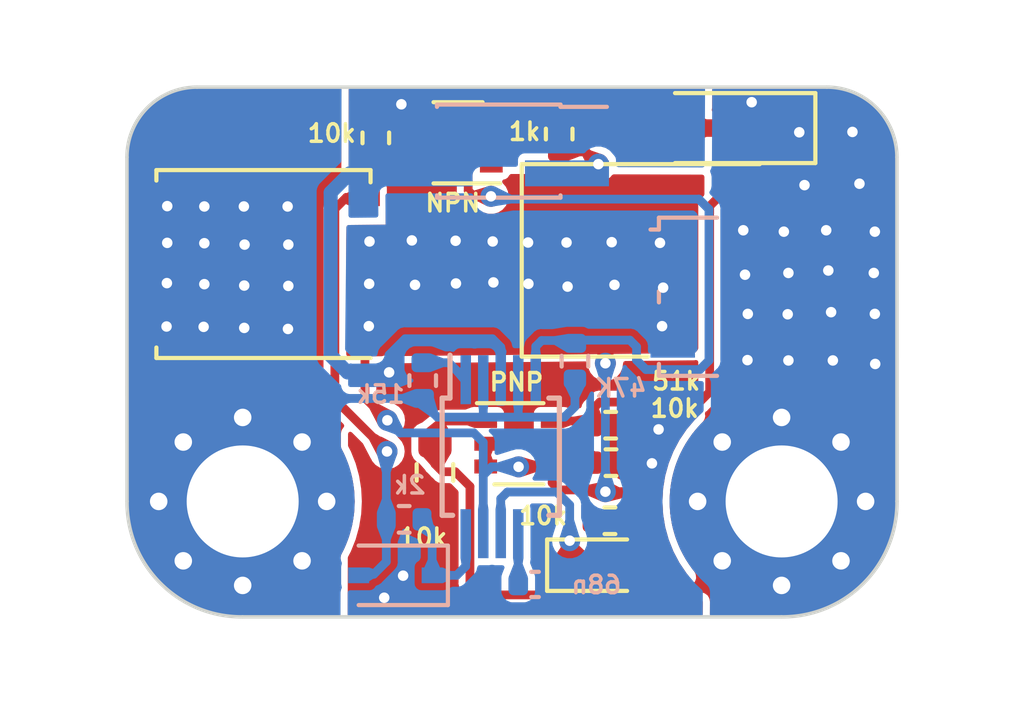
<source format=kicad_pcb>
(kicad_pcb (version 20221018) (generator pcbnew)
  (layers (0 "F.Cu" signal) (31 "B.Cu" signal) (34 "B.Paste" user) (35 "F.Paste" user) (36 "B.SilkS" user "B.Silkscreen") (37 "F.SilkS" user "F.Silkscreen") (38 "B.Mask" user) (39 "F.Mask" user) (44 "Edge.Cuts" user))
  (net 0 "")
  (net 1 "Net-(U1-TIMER)")
  (net 2 "GND")
  (net 3 "/NMOS_OUT")
  (net 4 "Net-(D1-K)")
  (net 5 "Net-(D1-A)")
  (net 6 "/NMOS_IN")
  (net 7 "/~{EN}")
  (net 8 "Net-(D2-A)")
  (net 9 "/PGD")
  (net 10 "Net-(D3-A)")
  (net 11 "Net-(Q6A-B1)")
  (net 12 "Net-(U1-SENSE)")
  (net 13 "Net-(Q1-D)")
  (net 14 "Net-(Q3B-C2)")
  (net 15 "Net-(Q3B-B2)")
  (footprint "Resistor_SMD:R_0402_1005Metric" (layer "F.Cu") (at 188.5188 80.8928 90)
    (fp_text reference "R9" hide)
    (fp_text value "1k")
    (fp_text user "1k" (at 0.07 -0.99 unlocked) (layer "F.SilkS") (effects (font (size 0.5 0.5) (thickness 0.1))))
    (fp_line (start -0.153641 -0.38) (end 0.153641 -0.38) (stroke (width 0.12)) (layer "F.SilkS"))
    (fp_line (start -0.153641 0.38) (end 0.153641 0.38) (stroke (width 0.12)) (layer "F.SilkS"))
    (pad "1" smd roundrect (at -0.51 0 90) (size 0.54 0.64) (layers "F.Cu" "F.Paste" "F.Mask") (net 7 "/~{EN}"))
    (pad "2" smd roundrect (at 0.51 0 90) (size 0.54 0.64) (layers "F.Cu" "F.Paste" "F.Mask") (net 15 "Net-(Q3B-B2)"))
  )
  (footprint "LED_SMD:LED_0603_1608Metric" (layer "F.Cu") (at 189.6588 93.2128)
    (fp_text reference "D2" hide)
    (fp_text value "LED")
    (fp_line (start -1.485 -0.735) (end -1.485 0.735) (stroke (width 0.12)) (layer "F.SilkS"))
    (fp_line (start -1.485 0.735) (end 0.8 0.735) (stroke (width 0.12)) (layer "F.SilkS"))
    (fp_line (start 0.8 -0.735) (end -1.485 -0.735) (stroke (width 0.12)) (layer "F.SilkS"))
    (pad "1" smd roundrect (at -0.7875 0) (size 0.875 0.95) (layers "F.Cu" "F.Paste" "F.Mask") (net 9 "/PGD"))
    (pad "2" smd roundrect (at 0.7875 0) (size 0.875 0.95) (layers "F.Cu" "F.Paste" "F.Mask") (net 8 "Net-(D2-A)"))
  )
  (footprint "Resistor_SMD:R_0603_1608Metric" (layer "F.Cu") (at 184.9688 90.5628 -90)
    (fp_text reference "R13" hide)
    (fp_text value "10")
    (fp_line (start -0.237258 -0.5225) (end 0.237258 -0.5225) (stroke (width 0.12)) (layer "F.SilkS"))
    (fp_line (start -0.237258 0.5225) (end 0.237258 0.5225) (stroke (width 0.12)) (layer "F.SilkS"))
    (pad "1" smd roundrect (at -0.825 0 270) (size 0.8 0.95) (layers "F.Cu" "F.Paste" "F.Mask") (net 3 "/NMOS_OUT"))
    (pad "2" smd roundrect (at 0.825 0 270) (size 0.8 0.95) (layers "F.Cu" "F.Paste" "F.Mask") (net 2 "GND"))
  )
  (footprint "Package_TO_SOT_SMD:TDSON-8-1" (layer "F.Cu") (at 180.0688 84.6078 180)
    (fp_text reference "Q2" hide)
    (fp_text value "CSD18540Q5B")
    (fp_line (start -3.06 2.335) (end -3.06 2.685) (stroke (width 0.12)) (layer "F.SilkS"))
    (fp_line (start 3.06 -2.685) (end -3.06 -2.685) (stroke (width 0.12)) (layer "F.SilkS"))
    (fp_line (start 3.06 -2.385) (end 3.06 -2.685) (stroke (width 0.12)) (layer "F.SilkS"))
    (fp_line (start 3.06 2.385) (end 3.06 2.685) (stroke (width 0.12)) (layer "F.SilkS"))
    (fp_line (start 3.06 2.685) (end -3.06 2.685) (stroke (width 0.12)) (layer "F.SilkS"))
    (pad "1" smd rect (at -2.9 -1.905 180) (size 0.85 0.5) (layers "F.Cu" "F.Paste" "F.Mask") (net 13 "Net-(Q1-D)"))
    (pad "2" smd rect (at -2.9 -0.635 180) (size 0.85 0.5) (layers "F.Cu" "F.Paste" "F.Mask") (net 13 "Net-(Q1-D)"))
    (pad "3" smd rect (at -2.9 0.635 180) (size 0.85 0.5) (layers "F.Cu" "F.Paste" "F.Mask") (net 13 "Net-(Q1-D)"))
    (pad "4" smd rect (at -2.9 1.905 180) (size 0.85 0.5) (layers "F.Cu" "F.Paste" "F.Mask") (net 5 "Net-(D1-A)"))
    (pad "5" smd rect (at 1.05 0 180) (size 4.55 4.41) (layers "F.Cu") (net 6 "/NMOS_IN"))
  )
  (footprint "Resistor_SMD:R_0402_1005Metric" (layer "F.Cu") (at 189.9688 91.9428 180)
    (fp_text reference "R11" hide)
    (fp_text value "10K")
    (fp_line (start -0.153641 -0.38) (end 0.153641 -0.38) (stroke (width 0.12)) (layer "F.SilkS"))
    (fp_line (start -0.153641 0.38) (end 0.153641 0.38) (stroke (width 0.12)) (layer "F.SilkS"))
    (pad "1" smd roundrect (at -0.51 0 180) (size 0.54 0.64) (layers "F.Cu" "F.Paste" "F.Mask") (net 13 "Net-(Q1-D)"))
    (pad "2" smd roundrect (at 0.51 0 180) (size 0.54 0.64) (layers "F.Cu" "F.Paste" "F.Mask") (net 8 "Net-(D2-A)"))
  )
  (footprint "Package_TO_SOT_SMD:SOT-363_SC-70-6" (layer "F.Cu") (at 185.6288 81.1428 180)
    (fp_text reference "Q3" hide)
    (fp_text value "Q_Dual_NPN_NPN_E1B1C2E2B2C1")
    (fp_line (start -0.7 1.16) (end 0.7 1.16) (stroke (width 0.12)) (layer "F.SilkS"))
    (fp_line (start 0.7 -1.16) (end -1.2 -1.16) (stroke (width 0.12)) (layer "F.SilkS"))
    (pad "1" smd rect (at -0.95 -0.65 180) (size 0.65 0.4) (layers "F.Cu" "F.Paste" "F.Mask"))
    (pad "2" smd rect (at -0.95 0 180) (size 0.65 0.4) (layers "F.Cu" "F.Paste" "F.Mask"))
    (pad "3" smd rect (at -0.95 0.65 180) (size 0.65 0.4) (layers "F.Cu" "F.Paste" "F.Mask") (net 14 "Net-(Q3B-C2)"))
    (pad "4" smd rect (at 0.95 0.65 180) (size 0.65 0.4) (layers "F.Cu" "F.Paste" "F.Mask") (net 2 "GND"))
    (pad "5" smd rect (at 0.95 0 180) (size 0.65 0.4) (layers "F.Cu" "F.Paste" "F.Mask") (net 15 "Net-(Q3B-B2)"))
    (pad "6" smd rect (at 0.95 -0.65 180) (size 0.65 0.4) (layers "F.Cu" "F.Paste" "F.Mask"))
  )
  (footprint "Package_DFN_QFN:PQFN-8-EP_6x5mm_P1.27mm_Generic" (layer "F.Cu") (at 191.1488 84.5028 180)
    (fp_text reference "Q1" hide)
    (fp_text value "PMOS")
    (fp_line (start -3.1 2.75) (end 3.7 2.75) (stroke (width 0.12)) (layer "F.SilkS"))
    (fp_line (start 3.7 -2.75) (end 0.1 -2.75) (stroke (width 0.12)) (layer "F.SilkS"))
    (fp_line (start 3.7 2.75) (end 3.7 -2.75) (stroke (width 0.12)) (layer "F.SilkS"))
    (pad "1" smd roundrect (at -2.725 -1.905 270) (size 0.7 1.15) (layers "F.Cu" "F.Paste" "F.Mask") (net 3 "/NMOS_OUT"))
    (pad "2" smd roundrect (at -2.725 -0.635 270) (size 0.7 1.15) (layers "F.Cu" "F.Paste" "F.Mask") (net 3 "/NMOS_OUT"))
    (pad "3" smd roundrect (at -2.725 0.635 270) (size 0.7 1.15) (layers "F.Cu" "F.Paste" "F.Mask") (net 3 "/NMOS_OUT"))
    (pad "4" smd roundrect (at -2.725 1.905 270) (size 0.7 1.15) (layers "F.Cu" "F.Paste" "F.Mask") (net 10 "Net-(D3-A)"))
    (pad "5" smd custom (at 0 0 270) (size 4 2) (layers "F.Cu" "F.Mask") (net 13 "Net-(Q1-D)") (options (clearance outline) (anchor rect)) (primitives (gr_poly (pts (xy -2.35 3.5) (xy 2.35 3.5) (xy 2.35 2) (xy 2.1 2) (xy 2.1 -1.1) (xy -2.1 -1.1) (xy -2.1 2) (xy -2.35 2)) (width 0) (fill yes))))
  )
  (footprint "MountingHole:MountingHole_3.2mm_M3_Pad_Via" (layer "F.Cu") (at 194.8744 91.3912)
    (fp_text reference "H2" hide)
    (fp_text value "MountingHole_Pad")
    (pad "1" thru_hole circle (at -2.4 0) (size 0.8 0.8) (drill 0.5) (layers "*.Cu" "*.Mask") (net 3 "/NMOS_OUT"))
    (pad "1" thru_hole circle (at -1.697056 -1.697056) (size 0.8 0.8) (drill 0.5) (layers "*.Cu" "*.Mask") (net 3 "/NMOS_OUT"))
    (pad "1" thru_hole circle (at -1.697056 1.697056) (size 0.8 0.8) (drill 0.5) (layers "*.Cu" "*.Mask") (net 3 "/NMOS_OUT"))
    (pad "1" thru_hole circle (at 0 -2.4) (size 0.8 0.8) (drill 0.5) (layers "*.Cu" "*.Mask") (net 3 "/NMOS_OUT"))
    (pad "1" thru_hole circle (at 0 0) (size 6.4 6.4) (drill 3.2) (layers "*.Cu" "*.Mask") (net 3 "/NMOS_OUT"))
    (pad "1" thru_hole circle (at 0 2.4) (size 0.8 0.8) (drill 0.5) (layers "*.Cu" "*.Mask") (net 3 "/NMOS_OUT"))
    (pad "1" thru_hole circle (at 1.697056 -1.697056) (size 0.8 0.8) (drill 0.5) (layers "*.Cu" "*.Mask") (net 3 "/NMOS_OUT"))
    (pad "1" thru_hole circle (at 1.697056 1.697056) (size 0.8 0.8) (drill 0.5) (layers "*.Cu" "*.Mask") (net 3 "/NMOS_OUT"))
    (pad "1" thru_hole circle (at 2.4 0) (size 0.8 0.8) (drill 0.5) (layers "*.Cu" "*.Mask") (net 3 "/NMOS_OUT"))
  )
  (footprint "Resistor_SMD:R_0402_1005Metric" (layer "F.Cu") (at 189.9988 90.2828)
    (fp_text reference "R8" hide)
    (fp_text value "10K")
    (fp_line (start -0.153641 -0.38) (end 0.153641 -0.38) (stroke (width 0.12)) (layer "F.SilkS"))
    (fp_line (start -0.153641 0.38) (end 0.153641 0.38) (stroke (width 0.12)) (layer "F.SilkS"))
    (pad "1" smd roundrect (at -0.51 0) (size 0.54 0.64) (layers "F.Cu" "F.Paste" "F.Mask") (net 11 "Net-(Q6A-B1)"))
    (pad "2" smd roundrect (at 0.51 0) (size 0.54 0.64) (layers "F.Cu" "F.Paste" "F.Mask") (net 2 "GND"))
  )
  (footprint "Package_TO_SOT_SMD:SOT-363_SC-70-6" (layer "F.Cu") (at 187.3688 89.7428)
    (fp_text reference "Q6" hide)
    (fp_text value "BC856BDW1")
    (fp_line (start -0.7 1.16) (end 0.7 1.16) (stroke (width 0.12)) (layer "F.SilkS"))
    (fp_line (start 0.7 -1.16) (end -1.2 -1.16) (stroke (width 0.12)) (layer "F.SilkS"))
    (pad "1" smd rect (at -0.95 -0.65) (size 0.65 0.4) (layers "F.Cu" "F.Paste" "F.Mask") (net 3 "/NMOS_OUT"))
    (pad "2" smd rect (at -0.95 0) (size 0.65 0.4) (layers "F.Cu" "F.Paste" "F.Mask") (net 11 "Net-(Q6A-B1)"))
    (pad "3" smd rect (at -0.95 0.65) (size 0.65 0.4) (layers "F.Cu" "F.Paste" "F.Mask") (net 11 "Net-(Q6A-B1)"))
    (pad "4" smd rect (at 0.95 0.65) (size 0.65 0.4) (layers "F.Cu" "F.Paste" "F.Mask") (net 13 "Net-(Q1-D)"))
    (pad "5" smd rect (at 0.95 0) (size 0.65 0.4) (layers "F.Cu" "F.Paste" "F.Mask") (net 11 "Net-(Q6A-B1)"))
    (pad "6" smd rect (at 0.95 -0.65) (size 0.65 0.4) (layers "F.Cu" "F.Paste" "F.Mask") (net 10 "Net-(D3-A)"))
  )
  (footprint "Resistor_SMD:R_0402_1005Metric" (layer "F.Cu") (at 189.9888 89.2128)
    (fp_text reference "R12" hide)
    (fp_text value "51K")
    (fp_line (start -0.153641 -0.38) (end 0.153641 -0.38) (stroke (width 0.12)) (layer "F.SilkS"))
    (fp_line (start -0.153641 0.38) (end 0.153641 0.38) (stroke (width 0.12)) (layer "F.SilkS"))
    (pad "1" smd roundrect (at -0.51 0) (size 0.54 0.64) (layers "F.Cu" "F.Paste" "F.Mask") (net 10 "Net-(D3-A)"))
    (pad "2" smd roundrect (at 0.51 0) (size 0.54 0.64) (layers "F.Cu" "F.Paste" "F.Mask") (net 2 "GND"))
  )
  (footprint "MountingHole:MountingHole_3.2mm_M3_Pad_Via" (layer "F.Cu") (at 179.4744 91.3912)
    (fp_text reference "H1" hide)
    (fp_text value "MountingHole_Pad")
    (pad "1" thru_hole circle (at -2.4 0) (size 0.8 0.8) (drill 0.5) (layers "*.Cu" "*.Mask") (net 6 "/NMOS_IN"))
    (pad "1" thru_hole circle (at -1.697056 -1.697056) (size 0.8 0.8) (drill 0.5) (layers "*.Cu" "*.Mask") (net 6 "/NMOS_IN"))
    (pad "1" thru_hole circle (at -1.697056 1.697056) (size 0.8 0.8) (drill 0.5) (layers "*.Cu" "*.Mask") (net 6 "/NMOS_IN"))
    (pad "1" thru_hole circle (at 0 -2.4) (size 0.8 0.8) (drill 0.5) (layers "*.Cu" "*.Mask") (net 6 "/NMOS_IN"))
    (pad "1" thru_hole circle (at 0 0) (size 6.4 6.4) (drill 3.2) (layers "*.Cu" "*.Mask") (net 6 "/NMOS_IN"))
    (pad "1" thru_hole circle (at 0 2.4) (size 0.8 0.8) (drill 0.5) (layers "*.Cu" "*.Mask") (net 6 "/NMOS_IN"))
    (pad "1" thru_hole circle (at 1.697056 -1.697056) (size 0.8 0.8) (drill 0.5) (layers "*.Cu" "*.Mask") (net 6 "/NMOS_IN"))
    (pad "1" thru_hole circle (at 1.697056 1.697056) (size 0.8 0.8) (drill 0.5) (layers "*.Cu" "*.Mask") (net 6 "/NMOS_IN"))
    (pad "1" thru_hole circle (at 2.4 0) (size 0.8 0.8) (drill 0.5) (layers "*.Cu" "*.Mask") (net 6 "/NMOS_IN"))
  )
  (footprint "Diode_SMD:D_SOD-123" (layer "F.Cu") (at 193.4788 80.7228 180)
    (fp_text reference "D3" hide)
    (fp_text value "D_Zener")
    (fp_line (start -2.36 -1) (end -2.36 1) (stroke (width 0.12)) (layer "F.SilkS"))
    (fp_line (start -2.36 -1) (end 1.65 -1) (stroke (width 0.12)) (layer "F.SilkS"))
    (fp_line (start -2.36 1) (end 1.65 1) (stroke (width 0.12)) (layer "F.SilkS"))
    (pad "1" smd roundrect (at -1.65 0 180) (size 0.9 1.2) (layers "F.Cu" "F.Paste" "F.Mask") (net 3 "/NMOS_OUT"))
    (pad "2" smd roundrect (at 1.65 0 180) (size 0.9 1.2) (layers "F.Cu" "F.Paste" "F.Mask") (net 10 "Net-(D3-A)"))
  )
  (footprint "Resistor_SMD:R_0402_1005Metric" (layer "F.Cu") (at 183.2788 81.0028 90)
    (fp_text reference "R10" hide)
    (fp_text value "10K")
    (fp_line (start -0.153641 -0.38) (end 0.153641 -0.38) (stroke (width 0.12)) (layer "F.SilkS"))
    (fp_line (start -0.153641 0.38) (end 0.153641 0.38) (stroke (width 0.12)) (layer "F.SilkS"))
    (pad "1" smd roundrect (at -0.51 0 90) (size 0.54 0.64) (layers "F.Cu" "F.Paste" "F.Mask") (net 15 "Net-(Q3B-B2)"))
    (pad "2" smd roundrect (at 0.51 0 90) (size 0.54 0.64) (layers "F.Cu" "F.Paste" "F.Mask") (net 2 "GND"))
  )
  (footprint "Package_SO:MSOP-10_3x3mm_P0.5mm" (layer "B.Cu") (at 186.8488 90.1128 -90)
    (fp_text reference "U1" hide)
    (fp_text value "LM5060")
    (fp_line (start -1.675 -1.675) (end -1.675 -1.375) (stroke (width 0.15)) (layer "B.SilkS"))
    (fp_line (start -1.675 -1.675) (end 1.675 -1.675) (stroke (width 0.15)) (layer "B.SilkS"))
    (fp_line (start -1.675 1.45) (end -2.9 1.45) (stroke (width 0.15)) (layer "B.SilkS"))
    (fp_line (start -1.675 1.675) (end -1.675 1.45) (stroke (width 0.15)) (layer "B.SilkS"))
    (fp_line (start -1.675 1.675) (end 1.675 1.675) (stroke (width 0.15)) (layer "B.SilkS"))
    (fp_line (start 1.675 -1.675) (end 1.675 -1.375) (stroke (width 0.15)) (layer "B.SilkS"))
    (fp_line (start 1.675 1.675) (end 1.675 1.375) (stroke (width 0.15)) (layer "B.SilkS"))
    (pad "1" smd rect (at -2.2 1 270) (size 1.4 0.3) (layers "B.Cu" "B.Paste" "B.Mask") (net 12 "Net-(U1-SENSE)"))
    (pad "2" smd rect (at -2.2 0.5 270) (size 1.4 0.3) (layers "B.Cu" "B.Paste" "B.Mask") (net 6 "/NMOS_IN"))
    (pad "3" smd rect (at -2.2 0 270) (size 1.4 0.3) (layers "B.Cu" "B.Paste" "B.Mask") (net 2 "GND"))
    (pad "4" smd rect (at -2.2 -0.5 270) (size 1.4 0.3) (layers "B.Cu" "B.Paste" "B.Mask") (net 6 "/NMOS_IN"))
    (pad "5" smd rect (at -2.2 -1 270) (size 1.4 0.3) (layers "B.Cu" "B.Paste" "B.Mask") (net 14 "Net-(Q3B-C2)"))
    (pad "6" smd rect (at 2.2 -1 270) (size 1.4 0.3) (layers "B.Cu" "B.Paste" "B.Mask") (net 2 "GND"))
    (pad "7" smd rect (at 2.2 -0.5 270) (size 1.4 0.3) (layers "B.Cu" "B.Paste" "B.Mask") (net 1 "Net-(U1-TIMER)"))
    (pad "8" smd rect (at 2.2 0 270) (size 1.4 0.3) (layers "B.Cu" "B.Paste" "B.Mask") (net 9 "/PGD"))
    (pad "9" smd rect (at 2.2 0.5 270) (size 1.4 0.3) (layers "B.Cu" "B.Paste" "B.Mask") (net 13 "Net-(Q1-D)"))
    (pad "10" smd rect (at 2.2 1 270) (size 1.4 0.3) (layers "B.Cu" "B.Paste" "B.Mask") (net 4 "Net-(D1-K)"))
  )
  (footprint "Resistor_SMD:R_0402_1005Metric" (layer "B.Cu") (at 184.6188 87.938 90)
    (fp_text reference "R1" hide)
    (fp_text value "15k")
    (fp_text user "15k" (at -0.3948 -1.2 unlocked) (layer "B.SilkS") (effects (font (size 0.5 0.5) (thickness 0.1)) (justify mirror)))
    (fp_line (start -0.153641 -0.38) (end 0.153641 -0.38) (stroke (width 0.12)) (layer "B.SilkS"))
    (fp_line (start -0.153641 0.38) (end 0.153641 0.38) (stroke (width 0.12)) (layer "B.SilkS"))
    (pad "1" smd roundrect (at -0.51 0 90) (size 0.54 0.64) (layers "B.Cu" "B.Paste" "B.Mask") (net 6 "/NMOS_IN"))
    (pad "2" smd roundrect (at 0.51 0 90) (size 0.54 0.64) (layers "B.Cu" "B.Paste" "B.Mask") (net 12 "Net-(U1-SENSE)"))
  )
  (footprint "Resistor_SMD:R_0402_1005Metric" (layer "B.Cu") (at 184.0888 91.9028 180)
    (fp_text reference "R2" hide)
    (fp_text value "2k")
    (fp_text user "2k" (at -0.16 0.98 unlocked) (layer "B.SilkS") (effects (font (size 0.5 0.5) (thickness 0.1)) (justify mirror)))
    (fp_line (start -0.153641 -0.38) (end 0.153641 -0.38) (stroke (width 0.12)) (layer "B.SilkS"))
    (fp_line (start -0.153641 0.38) (end 0.153641 0.38) (stroke (width 0.12)) (layer "B.SilkS"))
    (pad "1" smd roundrect (at -0.51 0 180) (size 0.54 0.64) (layers "B.Cu" "B.Paste" "B.Mask") (net 4 "Net-(D1-K)"))
    (pad "2" smd roundrect (at 0.51 0 180) (size 0.54 0.64) (layers "B.Cu" "B.Paste" "B.Mask") (net 5 "Net-(D1-A)"))
  )
  (footprint "Package_TO_SOT_SMD:TO-277A" (layer "B.Cu") (at 194.5288 85.5428 -90)
    (fp_text reference "D5" hide)
    (fp_text value "VS-6ESU06")
    (fp_line (start -2.26 3.16) (end -2.26 1.5) (stroke (width 0.12)) (layer "B.SilkS"))
    (fp_line (start -1.92 3.16) (end -2.26 3.16) (stroke (width 0.12)) (layer "B.SilkS"))
    (fp_line (start -1.92 3.4) (end -1.92 3.16) (stroke (width 0.12)) (layer "B.SilkS"))
    (fp_line (start -0.16 3.16) (end 0.16 3.16) (stroke (width 0.12)) (layer "B.SilkS"))
    (fp_line (start 2.26 1.5) (end 2.26 3.16) (stroke (width 0.12)) (layer "B.SilkS"))
    (fp_line (start 2.26 3.16) (end 1.92 3.16) (stroke (width 0.12)) (layer "B.SilkS"))
    (pad "1" smd rect (at -1.04 2.765 270) (size 1.4 1.27) (layers "B.Cu" "B.Paste" "B.Mask") (net 13 "Net-(Q1-D)"))
    (pad "2" smd rect (at 1.04 2.765 270) (size 1.4 1.27) (layers "B.Cu" "B.Paste" "B.Mask") (net 13 "Net-(Q1-D)"))
    (pad "3" smd rect (at 0 -1.04 270) (size 4.8 4.72) (layers "B.Cu" "B.Mask") (net 3 "/NMOS_OUT"))
  )
  (footprint "Diode_SMD:D_SOD-323" (layer "B.Cu") (at 183.8388 93.5028 180)
    (fp_text reference "D1" hide)
    (fp_text value "1N4001")
    (fp_line (start -1.5 -0.85) (end 1.05 -0.85) (stroke (width 0.12)) (layer "B.SilkS"))
    (fp_line (start -1.5 0.85) (end -1.5 -0.85) (stroke (width 0.12)) (layer "B.SilkS"))
    (fp_line (start -1.5 0.85) (end 1.05 0.85) (stroke (width 0.12)) (layer "B.SilkS"))
    (pad "1" smd rect (at -1.05 0 180) (size 0.6 0.45) (layers "B.Cu" "B.Paste" "B.Mask") (net 4 "Net-(D1-K)"))
    (pad "2" smd rect (at 1.05 0 180) (size 0.6 0.45) (layers "B.Cu" "B.Paste" "B.Mask") (net 5 "Net-(D1-A)"))
  )
  (footprint "Connector_PinHeader_1.27mm:PinHeader_2x02_P1.27mm_Vertical_SMD" (layer "B.Cu") (at 186.7916 81.3812 180)
    (fp_text reference "J1" hide)
    (fp_text value "Conn_02x02_Odd_Even")
    (fp_line (start -3.09 1.265) (end -1.765 1.265) (stroke (width 0.12)) (layer "B.SilkS"))
    (fp_line (start -1.765 -1.33) (end 1.765 -1.33) (stroke (width 0.12)) (layer "B.SilkS"))
    (fp_line (start -1.765 -1.265) (end -1.765 -1.33) (stroke (width 0.12)) (layer "B.SilkS"))
    (fp_line (start -1.765 1.33) (end -1.765 1.265) (stroke (width 0.12)) (layer "B.SilkS"))
    (fp_line (start -1.765 1.33) (end 1.765 1.33) (stroke (width 0.12)) (layer "B.SilkS"))
    (fp_line (start 1.765 -1.265) (end 1.765 -1.33) (stroke (width 0.12)) (layer "B.SilkS"))
    (fp_line (start 1.765 1.33) (end 1.765 1.265) (stroke (width 0.12)) (layer "B.SilkS"))
    (pad "1" smd rect (at -1.95 0.635 180) (size 2.4 0.74) (layers "B.Cu" "B.Paste" "B.Mask") (net 2 "GND"))
    (pad "2" smd rect (at 1.95 0.635 180) (size 2.4 0.74) (layers "B.Cu" "B.Paste" "B.Mask") (net 2 "GND"))
    (pad "3" smd rect (at -1.95 -0.635 180) (size 2.4 0.74) (layers "B.Cu" "B.Paste" "B.Mask") (net 7 "/~{EN}"))
    (pad "4" smd rect (at 1.95 -0.635 180) (size 2.4 0.74) (layers "B.Cu" "B.Paste" "B.Mask") (net 2 "GND"))
  )
  (footprint "Resistor_SMD:R_0402_1005Metric" (layer "B.Cu") (at 188.9688 87.3828 90)
    (fp_text reference "R7" hide)
    (fp_text value "47K")
    (fp_text user "47K" (at -0.77 1.31 unlocked) (layer "B.SilkS") (effects (font (size 0.5 0.5) (thickness 0.1)) (justify mirror)))
    (fp_line (start -0.153641 -0.38) (end 0.153641 -0.38) (stroke (width 0.12)) (layer "B.SilkS"))
    (fp_line (start -0.153641 0.38) (end 0.153641 0.38) (stroke (width 0.12)) (layer "B.SilkS"))
    (pad "1" smd roundrect (at -0.51 0 90) (size 0.54 0.64) (layers "B.Cu" "B.Paste" "B.Mask") (net 6 "/NMOS_IN"))
    (pad "2" smd roundrect (at 0.51 0 90) (size 0.54 0.64) (layers "B.Cu" "B.Paste" "B.Mask") (net 14 "Net-(Q3B-C2)"))
  )
  (footprint "Capacitor_SMD:C_0402_1005Metric" (layer "B.Cu") (at 187.8288 93.7628)
    (fp_text reference "C3" hide)
    (fp_text value "68n")
    (fp_text user "68n" (at 1.75 0.01 unlocked) (layer "B.SilkS") (effects (font (size 0.5 0.5) (thickness 0.1)) (justify mirror)))
    (fp_line (start -0.107836 -0.36) (end 0.107836 -0.36) (stroke (width 0.12)) (layer "B.SilkS"))
    (fp_line (start -0.107836 0.36) (end 0.107836 0.36) (stroke (width 0.12)) (layer "B.SilkS"))
    (pad "1" smd roundrect (at -0.48 0) (size 0.56 0.62) (layers "B.Cu" "B.Paste" "B.Mask") (net 1 "Net-(U1-TIMER)"))
    (pad "2" smd roundrect (at 0.48 0) (size 0.56 0.62) (layers "B.Cu" "B.Paste" "B.Mask") (net 2 "GND"))
  )
  (gr_line (start 198.1688 81.5528) (end 198.1708 91.3892) (stroke (width 0.1)) (layer "Edge.Cuts"))
  (gr_arc (start 196.1688 79.5528) (mid 197.583014 80.138586) (end 198.1688 81.5528) (stroke (width 0.1)) (layer "Edge.Cuts"))
  (gr_arc (start 179.4708 94.6892) (mid 177.128216 93.731784) (end 176.1708 91.3892) (stroke (width 0.1)) (layer "Edge.Cuts"))
  (gr_arc (start 176.1688 81.5528) (mid 176.754586 80.138586) (end 178.1688 79.5528) (stroke (width 0.1)) (layer "Edge.Cuts"))
  (gr_line (start 179.4708 94.6892) (end 194.8708 94.6892) (stroke (width 0.1)) (layer "Edge.Cuts"))
  (gr_arc (start 198.1708 91.3892) (mid 197.213384 93.731784) (end 194.8708 94.6892) (stroke (width 0.1)) (layer "Edge.Cuts"))
  (gr_line (start 178.1688 79.5528) (end 196.1688 79.5528) (stroke (width 0.1)) (layer "Edge.Cuts"))
  (gr_line (start 176.1688 81.5528) (end 176.1708 91.3892) (stroke (width 0.1)) (layer "Edge.Cuts"))
  (gr_text "PNP" (at 187.2988 87.9828) (layer "F.SilkS") (effects (font (size 0.5 0.5) (thickness 0.1))))
  (gr_text "10k" (at 188.0588 91.8028) (layer "F.SilkS") (effects (font (size 0.5 0.5) (thickness 0.1))))
  (gr_text "10k" (at 191.8188 88.7328) (layer "F.SilkS") (effects (font (size 0.5 0.5) (thickness 0.1))))
  (gr_text "NPN" (at 185.4788 82.8628) (layer "F.SilkS") (effects (font (size 0.5 0.5) (thickness 0.1))))
  (gr_text "10k" (at 184.6288 92.4228) (layer "F.SilkS") (effects (font (size 0.5 0.5) (thickness 0.1))))
  (gr_text "10k" (at 182.0188 80.8728) (layer "F.SilkS") (effects (font (size 0.5 0.5) (thickness 0.1))))
  (gr_text "51k" (at 191.8588 87.9528) (layer "F.SilkS") (effects (font (size 0.5 0.5) (thickness 0.1))))
  (segment (start 187.3488 92.3128) (end 187.3488 93.7628) (width 0.25) (layer "B.Cu") (net 1))
  (via (at 183.5188 94.1428) (size 0.6) (drill 0.3) (layers "F.Cu" "B.Cu") (net 2))
  (via (at 191.1688 90.3028) (size 0.6) (drill 0.3) (layers "F.Cu" "B.Cu") (net 2))
  (via (at 184.0088 80.0428) (size 0.6) (drill 0.3) (layers "F.Cu" "B.Cu") (net 2))
  (via (at 191.3588 89.3328) (size 0.6) (drill 0.3) (layers "F.Cu" "B.Cu") (net 2))
  (via (at 184.0588 93.5128) (size 0.6) (drill 0.3) (layers "F.Cu" "B.Cu") (net 2))
  (via (at 183.6588 87.7028) (size 0.6) (drill 0.3) (layers "F.Cu" "B.Cu") (net 2))
  (segment (start 182.5354 82.0162) (end 184.8416 82.0162) (width 0.4) (layer "B.Cu") (net 2))
  (segment (start 184.1188 86.7428) (end 186.6088 86.7428) (width 0.25) (layer "B.Cu") (net 2))
  (segment (start 181.9888 82.5628) (end 182.5354 82.0162) (width 0.4) (layer "B.Cu") (net 2))
  (segment (start 186.6088 86.7428) (end 186.8488 86.9828) (width 0.25) (layer "B.Cu") (net 2))
  (segment (start 183.6588 87.7028) (end 183.6588 87.2028) (width 0.25) (layer "B.Cu") (net 2))
  (segment (start 181.9888 87.2228) (end 181.9888 82.5628) (width 0.4) (layer "B.Cu") (net 2))
  (segment (start 183.6588 87.2028) (end 184.1188 86.7428) (width 0.25) (layer "B.Cu") (net 2))
  (segment (start 182.4688 87.7028) (end 181.9888 87.2228) (width 0.4) (layer "B.Cu") (net 2))
  (segment (start 186.8488 86.9828) (end 186.8488 87.9128) (width 0.25) (layer "B.Cu") (net 2))
  (segment (start 183.6588 87.7028) (end 182.4688 87.7028) (width 0.4) (layer "B.Cu") (net 2))
  (segment (start 185.1888 89.0928) (end 184.9688 89.3128) (width 0.25) (layer "F.Cu") (net 3))
  (segment (start 186.3188 94.0628) (end 192.2028 94.0628) (width 0.25) (layer "F.Cu") (net 3))
  (segment (start 184.9688 89.7378) (end 184.9688 90.3228) (width 0.25) (layer "F.Cu") (net 3))
  (segment (start 184.9688 89.3128) (end 184.9688 89.7378) (width 0.25) (layer "F.Cu") (net 3))
  (segment (start 192.2028 94.0628) (end 194.8744 91.3912) (width 0.25) (layer "F.Cu") (net 3))
  (segment (start 186.4188 89.0928) (end 185.1888 89.0928) (width 0.25) (layer "F.Cu") (net 3))
  (segment (start 185.1888 90.5428) (end 185.5488 90.5428) (width 0.25) (layer "F.Cu") (net 3))
  (segment (start 185.9688 93.7128) (end 186.3188 94.0628) (width 0.25) (layer "F.Cu") (net 3))
  (segment (start 184.9688 90.3228) (end 185.1888 90.5428) (width 0.25) (layer "F.Cu") (net 3))
  (segment (start 185.5488 90.5428) (end 185.9688 90.9628) (width 0.25) (layer "F.Cu") (net 3))
  (segment (start 185.9688 90.9628) (end 185.9688 93.7128) (width 0.25) (layer "F.Cu") (net 3))
  (via (at 197.5488 87.4628) (size 0.6) (drill 0.3) (layers "F.Cu" "B.Cu") (net 3))
  (via (at 193.8288 84.9128) (size 0.6) (drill 0.3) (layers "F.Cu" "B.Cu") (net 3))
  (via (at 197.5388 83.6828) (size 0.6) (drill 0.3) (layers "F.Cu" "B.Cu") (net 3))
  (via (at 196.3388 87.3628) (size 0.6) (drill 0.3) (layers "F.Cu" "B.Cu") (net 3))
  (via (at 195.5288 82.3528) (size 0.6) (drill 0.3) (layers "F.Cu" "B.Cu") (net 3))
  (via (at 197.5388 86.0328) (size 0.6) (drill 0.3) (layers "F.Cu" "B.Cu") (net 3))
  (via (at 196.8988 80.8328) (size 0.6) (drill 0.3) (layers "F.Cu" "B.Cu") (net 3))
  (via (at 196.2888 85.9828) (size 0.6) (drill 0.3) (layers "F.Cu" "B.Cu") (net 3))
  (via (at 196.2088 84.7928) (size 0.6) (drill 0.3) (layers "F.Cu" "B.Cu") (net 3))
  (via (at 195.3788 80.8428) (size 0.6) (drill 0.3) (layers "F.Cu" "B.Cu") (net 3))
  (via (at 195.0688 84.8628) (size 0.6) (drill 0.3) (layers "F.Cu" "B.Cu") (net 3))
  (via (at 196.1488 83.6428) (size 0.6) (drill 0.3) (layers "F.Cu" "B.Cu") (net 3))
  (via (at 197.5088 84.8628) (size 0.6) (drill 0.3) (layers "F.Cu" "B.Cu") (net 3))
  (via (at 193.9088 86.0328) (size 0.6) (drill 0.3) (layers "F.Cu" "B.Cu") (net 3))
  (via (at 193.8988 87.3528) (size 0.6) (drill 0.3) (layers "F.Cu" "B.Cu") (net 3))
  (via (at 195.0688 87.3628) (size 0.6) (drill 0.3) (layers "F.Cu" "B.Cu") (net 3))
  (via (at 194.0188 79.9828) (size 0.6) (drill 0.3) (layers "F.Cu" "B.Cu") (net 3))
  (via (at 194.9388 83.6828) (size 0.6) (drill 0.3) (layers "F.Cu" "B.Cu") (net 3))
  (via (at 195.0488 86.0428) (size 0.6) (drill 0.3) (layers "F.Cu" "B.Cu") (net 3))
  (via (at 193.7788 83.6428) (size 0.6) (drill 0.3) (layers "F.Cu" "B.Cu") (net 3))
  (via (at 197.0988 82.3128) (size 0.6) (drill 0.3) (layers "F.Cu" "B.Cu") (net 3))
  (segment (start 184.8888 93.5028) (end 185.5888 93.5028) (width 0.25) (layer "B.Cu") (net 4))
  (segment (start 184.8888 92.1928) (end 184.8888 93.5028) (width 0.25) (layer "B.Cu") (net 4))
  (segment (start 185.8488 93.2428) (end 185.8488 92.3128) (width 0.25) (layer "B.Cu") (net 4))
  (segment (start 185.5888 93.5028) (end 185.8488 93.2428) (width 0.25) (layer "B.Cu") (net 4))
  (segment (start 184.5988 91.9028) (end 184.8888 92.1928) (width 0.25) (layer "B.Cu") (net 4))
  (segment (start 183.5988 89.9628) (end 182.1088 88.4728) (width 0.25) (layer "F.Cu") (net 5))
  (segment (start 182.1088 88.4728) (end 182.1088 83.0328) (width 0.25) (layer "F.Cu") (net 5))
  (segment (start 182.4388 82.7028) (end 182.9688 82.7028) (width 0.25) (layer "F.Cu") (net 5))
  (segment (start 182.1088 83.0328) (end 182.4388 82.7028) (width 0.25) (layer "F.Cu") (net 5))
  (via (at 183.5988 89.9628) (size 0.6) (drill 0.3) (layers "F.Cu" "B.Cu") (net 5))
  (segment (start 183.2188 93.4728) (end 182.9188 93.4728) (width 0.25) (layer "B.Cu") (net 5))
  (segment (start 183.5788 91.9028) (end 183.5788 93.1128) (width 0.25) (layer "B.Cu") (net 5))
  (segment (start 183.5788 93.1128) (end 183.2188 93.4728) (width 0.25) (layer "B.Cu") (net 5))
  (segment (start 183.5988 89.9628) (end 183.5788 89.9828) (width 0.25) (layer "B.Cu") (net 5))
  (segment (start 183.5788 89.9828) (end 183.5788 91.9028) (width 0.25) (layer "B.Cu") (net 5))
  (via (at 178.3788 85.1828) (size 0.6) (drill 0.3) (layers "F.Cu" "B.Cu") (net 6))
  (via (at 179.5188 85.2228) (size 0.6) (drill 0.3) (layers "F.Cu" "B.Cu") (net 6))
  (via (at 178.3588 86.4028) (size 0.6) (drill 0.3) (layers "F.Cu" "B.Cu") (net 6))
  (via (at 178.3788 82.9628) (size 0.6) (drill 0.3) (layers "F.Cu" "B.Cu") (net 6))
  (via (at 177.3088 85.1528) (size 0.6) (drill 0.3) (layers "F.Cu" "B.Cu") (net 6))
  (via (at 179.5088 82.9628) (size 0.6) (drill 0.3) (layers "F.Cu" "B.Cu") (net 6))
  (via (at 180.7788 84.0528) (size 0.6) (drill 0.3) (layers "F.Cu" "B.Cu") (net 6))
  (via (at 179.5188 86.4328) (size 0.6) (drill 0.3) (layers "F.Cu" "B.Cu") (net 6))
  (via (at 179.5288 84.0528) (size 0.6) (drill 0.3) (layers "F.Cu" "B.Cu") (net 6))
  (via (at 178.3788 84.0128) (size 0.6) (drill 0.3) (layers "F.Cu" "B.Cu") (net 6))
  (via (at 180.7688 86.4628) (size 0.6) (drill 0.3) (layers "F.Cu" "B.Cu") (net 6))
  (via (at 180.7788 85.2328) (size 0.6) (drill 0.3) (layers "F.Cu" "B.Cu") (net 6))
  (via (at 177.3188 84.0028) (size 0.6) (drill 0.3) (layers "F.Cu" "B.Cu") (net 6))
  (via (at 180.7588 82.9628) (size 0.6) (drill 0.3) (layers "F.Cu" "B.Cu") (net 6))
  (via (at 177.2988 86.3928) (size 0.6) (drill 0.3) (layers "F.Cu" "B.Cu") (net 6))
  (via (at 177.3188 82.9528) (size 0.6) (drill 0.3) (layers "F.Cu" "B.Cu") (net 6))
  (segment (start 184.6188 88.448) (end 184.6188 88.5628) (width 0.25) (layer "B.Cu") (net 6))
  (segment (start 187.3488 87.9128) (end 187.3488 88.9228) (width 0.25) (layer "B.Cu") (net 6))
  (segment (start 188.6688 88.9828) (end 188.9688 88.6828) (width 0.25) (layer "B.Cu") (net 6))
  (segment (start 186.3488 88.9628) (end 186.3288 88.9828) (width 0.25) (layer "B.Cu") (net 6))
  (segment (start 187.3488 88.9228) (end 187.2888 88.9828) (width 0.25) (layer "B.Cu") (net 6))
  (segment (start 184.6188 88.5628) (end 185.0388 88.9828) (width 0.25) (layer "B.Cu") (net 6))
  (segment (start 182.4176 88.448) (end 184.6188 88.448) (width 0.25) (layer "B.Cu") (net 6))
  (segment (start 186.3288 88.9828) (end 187.2888 88.9828) (width 0.25) (layer "B.Cu") (net 6))
  (segment (start 185.0388 88.9828) (end 186.3288 88.9828) (width 0.25) (layer "B.Cu") (net 6))
  (segment (start 179.4744 91.3912) (end 182.4176 88.448) (width 0.25) (layer "B.Cu") (net 6))
  (segment (start 187.2888 88.9828) (end 188.6688 88.9828) (width 0.25) (layer "B.Cu") (net 6))
  (segment (start 186.3488 87.9128) (end 186.3488 88.9628) (width 0.25) (layer "B.Cu") (net 6))
  (segment (start 188.9688 88.6828) (end 188.9688 87.8928) (width 0.25) (layer "B.Cu") (net 6))
  (segment (start 189.2888 81.4028) (end 188.5188 81.4028) (width 0.25) (layer "F.Cu") (net 7))
  (segment (start 189.6388 81.7528) (end 189.2888 81.4028) (width 0.25) (layer "F.Cu") (net 7))
  (via (at 189.6388 81.7528) (size 0.6) (drill 0.3) (layers "F.Cu" "B.Cu") (net 7))
  (segment (start 190.4463 92.9303) (end 190.4463 93.2128) (width 0.25) (layer "F.Cu") (net 8))
  (segment (start 189.4588 91.9428) (end 190.4463 92.9303) (width 0.25) (layer "F.Cu") (net 8))
  (segment (start 188.8188 93.1603) (end 188.8713 93.2128) (width 0.25) (layer "F.Cu") (net 9))
  (segment (start 188.8188 92.5128) (end 188.8188 93.1603) (width 0.25) (layer "F.Cu") (net 9))
  (via (at 188.8188 92.5128) (size 0.6) (drill 0.3) (layers "F.Cu" "B.Cu") (net 9))
  (segment (start 188.4488 91.1228) (end 187.0388 91.1228) (width 0.25) (layer "B.Cu") (net 9))
  (segment (start 187.0388 91.1228) (end 186.8488 91.3128) (width 0.25) (layer "B.Cu") (net 9))
  (segment (start 188.8188 91.4928) (end 188.4488 91.1228) (width 0.25) (layer "B.Cu") (net 9))
  (segment (start 186.8488 91.3128) (end 186.8488 92.3128) (width 0.25) (layer "B.Cu") (net 9))
  (segment (start 188.8188 92.5128) (end 188.8188 91.4928) (width 0.25) (layer "B.Cu") (net 9))
  (segment (start 192.8188 88.2628) (end 192.8188 82.9528) (width 0.25) (layer "F.Cu") (net 10))
  (segment (start 192.8188 82.9528) (end 193.1738 82.5978) (width 0.25) (layer "F.Cu") (net 10))
  (segment (start 189.3588 89.0928) (end 189.4788 89.2128) (width 0.25) (layer "F.Cu") (net 10))
  (segment (start 189.4788 89.2128) (end 189.4788 88.7528) (width 0.25) (layer "F.Cu") (net 10))
  (segment (start 193.3788 80.7228) (end 193.8738 81.2178) (width 0.5) (layer "F.Cu") (net 10))
  (segment (start 193.8738 81.2178) (end 193.8738 82.5978) (width 0.5) (layer "F.Cu") (net 10))
  (segment (start 192.5288 88.5528) (end 192.8188 88.2628) (width 0.25) (layer "F.Cu") (net 10))
  (segment (start 193.1738 82.5978) (end 193.8738 82.5978) (width 0.25) (layer "F.Cu") (net 10))
  (segment (start 191.8288 80.7228) (end 193.3788 80.7228) (width 0.5) (layer "F.Cu") (net 10))
  (segment (start 189.6788 88.5528) (end 192.5288 88.5528) (width 0.25) (layer "F.Cu") (net 10))
  (segment (start 189.4788 88.7528) (end 189.6788 88.5528) (width 0.25) (layer "F.Cu") (net 10))
  (segment (start 188.3188 89.0928) (end 189.3588 89.0928) (width 0.25) (layer "F.Cu") (net 10))
  (segment (start 188.3188 89.7428) (end 188.9488 89.7428) (width 0.25) (layer "F.Cu") (net 11))
  (segment (start 186.4188 89.7428) (end 188.3188 89.7428) (width 0.25) (layer "F.Cu") (net 11))
  (segment (start 188.9488 89.7428) (end 189.4888 90.2828) (width 0.25) (layer "F.Cu") (net 11))
  (segment (start 186.4188 89.7428) (end 186.4188 90.3928) (width 0.25) (layer "F.Cu") (net 11))
  (segment (start 185.364 87.428) (end 185.8488 87.9128) (width 0.25) (layer "B.Cu") (net 12))
  (segment (start 184.8288 87.428) (end 185.364 87.428) (width 0.25) (layer "B.Cu") (net 12))
  (segment (start 183.0788 86.3828) (end 182.9688 86.5128) (width 0.25) (layer "F.Cu") (net 13))
  (segment (start 189.8388 91.1128) (end 189.7888 91.0628) (width 0.25) (layer "F.Cu") (net 13))
  (segment (start 189.8388 85.8128) (end 190.0988 85.5528) (width 0.25) (layer "F.Cu") (net 13))
  (segment (start 187.3588 90.4028) (end 187.3688 90.3928) (width 0.25) (layer "F.Cu") (net 13))
  (segment (start 189.7888 91.0628) (end 188.5188 91.0628) (width 0.25) (layer "F.Cu") (net 13))
  (segment (start 188.3188 90.8628) (end 188.3188 90.3928) (width 0.25) (layer "F.Cu") (net 13))
  (segment (start 190.4488 85.2028) (end 191.1488 84.5028) (width 0.25) (layer "F.Cu") (net 13))
  (segment (start 190.0988 85.5528) (end 190.0988 85.2028) (width 0.25) (layer "F.Cu") (net 13))
  (segment (start 190.2988 91.1128) (end 190.4788 91.2928) (width 0.25) (layer "F.Cu") (net 13))
  (segment (start 183.6088 89.0728) (end 182.9688 88.4328) (width 0.25) (layer "F.Cu") (net 13))
  (segment (start 189.8388 87.4428) (end 189.8388 85.8128) (width 0.25) (layer "F.Cu") (net 13))
  (segment (start 182.9688 86.4928) (end 183.0788 86.3828) (width 0.25) (layer "F.Cu") (net 13))
  (segment (start 189.8388 91.1128) (end 190.2988 91.1128) (width 0.25) (layer "F.Cu") (net 13))
  (segment (start 182.9688 88.4328) (end 182.9688 86.4928) (width 0.25) (layer "F.Cu") (net 13))
  (segment (start 190.4788 91.2928) (end 190.4788 91.9428) (width 0.25) (layer "F.Cu") (net 13))
  (segment (start 188.5188 91.0628) (end 188.3188 90.8628) (width 0.25) (layer "F.Cu") (net 13))
  (segment (start 190.0988 85.2028) (end 190.4488 85.2028) (width 0.25) (layer "F.Cu") (net 13))
  (segment (start 187.3688 90.3928) (end 188.3188 90.3928) (width 0.25) (layer "F.Cu") (net 13))
  (via (at 187.6288 83.9928) (size 0.6) (drill 0.3) (layers "F.Cu" "B.Cu") (net 13))
  (via (at 183.6088 89.0728) (size 0.6) (drill 0.3) (layers "F.Cu" "B.Cu") (net 13))
  (via (at 186.6188 83.9628) (size 0.6) (drill 0.3) (layers "F.Cu" "B.Cu") (net 13))
  (via (at 183.0788 86.3828) (size 0.6) (drill 0.3) (layers "F.Cu" "B.Cu") (net 13))
  (via (at 190.0188 83.9828) (size 0.6) (drill 0.3) (layers "F.Cu" "B.Cu") (net 13))
  (via (at 187.6388 85.1728) (size 0.6) (drill 0.3) (layers "F.Cu" "B.Cu") (net 13))
  (via (at 185.5688 85.1628) (size 0.6) (drill 0.3) (layers "F.Cu" "B.Cu") (net 13))
  (via (at 184.3088 83.9328) (size 0.6) (drill 0.3) (layers "F.Cu" "B.Cu") (net 13))
  (via (at 183.0988 83.9628) (size 0.6) (drill 0.3) (layers "F.Cu" "B.Cu") (net 13))
  (via (at 185.5588 83.9428) (size 0.6) (drill 0.3) (layers "F.Cu" "B.Cu") (net 13))
  (via (at 186.6388 85.1328) (size 0.6) (drill 0.3) (layers "F.Cu" "B.Cu") (net 13))
  (via (at 191.3988 84.0028) (size 0.6) (drill 0.3) (layers "F.Cu" "B.Cu") (net 13))
  (via (at 184.3988 85.2028) (size 0.6) (drill 0.3) (layers "F.Cu" "B.Cu") (net 13))
  (via (at 190.0988 85.2028) (size 0.6) (drill 0.3) (layers "F.Cu" "B.Cu") (net 13))
  (via (at 188.7288 83.9928) (size 0.6) (drill 0.3) (layers "F.Cu" "B.Cu") (net 13))
  (via (at 187.3588 90.4028) (size 0.6) (drill 0.3) (layers "F.Cu" "B.Cu") (net 13))
  (via (at 183.0888 85.1728) (size 0.6) (drill 0.3) (layers "F.Cu" "B.Cu") (net 13))
  (via (at 191.4588 86.3828) (size 0.6) (drill 0.3) (layers "F.Cu" "B.Cu") (net 13))
  (via (at 188.7588 85.2528) (size 0.6) (drill 0.3) (layers "F.Cu" "B.Cu") (net 13))
  (via (at 191.4888 85.2828) (size 0.6) (drill 0.3) (layers "F.Cu" "B.Cu") (net 13))
  (via (at 189.8388 87.4428) (size 0.6) (drill 0.3) (layers "F.Cu" "B.Cu") (net 13))
  (via (at 189.8388 91.1128) (size 0.6) (drill 0.3) (layers "F.Cu" "B.Cu") (net 13))
  (segment (start 189.8388 87.4428) (end 189.8388 91.1128) (width 0.25) (layer "B.Cu") (net 13))
  (segment (start 186.0788 89.4328) (end 186.3488 89.7028) (width 0.25) (layer "B.Cu") (net 13))
  (segment (start 186.3488 90.6428) (end 186.3488 92.3128) (width 0.25) (layer "B.Cu") (net 13))
  (segment (start 183.9688 89.4328) (end 186.0788 89.4328) (width 0.25) (layer "B.Cu") (net 13))
  (segment (start 187.3588 90.4028) (end 186.5888 90.4028) (width 0.25) (layer "B.Cu") (net 13))
  (segment (start 186.5888 90.4028) (end 186.3488 90.6428) (width 0.25) (layer "B.Cu") (net 13))
  (segment (start 186.3488 89.7028) (end 186.3488 90.6428) (width 0.25) (layer "B.Cu") (net 13))
  (segment (start 183.6088 89.0728) (end 183.9688 89.4328) (width 0.25) (layer "B.Cu") (net 13))
  (segment (start 186.0788 82.6728) (end 185.9188 82.5128) (width 0.25) (layer "F.Cu") (net 14))
  (segment (start 185.9188 82.5128) (end 185.9188 80.6528) (width 0.25) (layer "F.Cu") (net 14))
  (segment (start 186.5688 82.6728) (end 186.0788 82.6728) (width 0.25) (layer "F.Cu") (net 14))
  (segment (start 186.0788 80.4928) (end 186.5788 80.4928) (width 0.25) (layer "F.Cu") (net 14))
  (segment (start 185.9188 80.6528) (end 186.0788 80.4928) (width 0.25) (layer "F.Cu") (net 14))
  (via (at 186.5688 82.6728) (size 0.6) (drill 0.3) (layers "F.Cu" "B.Cu") (net 14))
  (segment (start 186.5688 82.6728) (end 186.6488 82.7528) (width 0.25) (layer "B.Cu") (net 14))
  (segment (start 192.5088 82.7528) (end 192.7988 83.0428) (width 0.25) (layer "B.Cu") (net 14))
  (segment (start 188.0188 86.7928) (end 188.6288 86.7928) (width 0.25) (layer "B.Cu") (net 14))
  (segment (start 188.6288 86.7928) (end 188.7788 86.7928) (width 0.25) (layer "B.Cu") (net 14))
  (segment (start 186.6488 82.7528) (end 192.5088 82.7528) (width 0.25) (layer "B.Cu") (net 14))
  (segment (start 192.7988 83.0428) (end 192.7988 87.3628) (width 0.25) (layer "B.Cu") (net 14))
  (segment (start 190.7288 87.3528) (end 190.7288 86.9728) (width 0.25) (layer "B.Cu") (net 14))
  (segment (start 190.7288 86.9728) (end 190.5388 86.7828) (width 0.25) (layer "B.Cu") (net 14))
  (segment (start 190.5388 86.7828) (end 188.6188 86.7828) (width 0.25) (layer "B.Cu") (net 14))
  (segment (start 188.7788 86.7928) (end 188.8688 86.8828) (width 0.25) (layer "B.Cu") (net 14))
  (segment (start 187.8488 86.9628) (end 188.0188 86.7928) (width 0.25) (layer "B.Cu") (net 14))
  (segment (start 187.8488 87.9128) (end 187.8488 86.9628) (width 0.25) (layer "B.Cu") (net 14))
  (segment (start 190.9988 87.6228) (end 190.7288 87.3528) (width 0.25) (layer "B.Cu") (net 14))
  (segment (start 192.7988 87.3628) (end 192.5388 87.6228) (width 0.25) (layer "B.Cu") (net 14))
  (segment (start 192.5388 87.6228) (end 190.9988 87.6228) (width 0.25) (layer "B.Cu") (net 14))
  (segment (start 185.2688 81.1428) (end 185.4488 80.9628) (width 0.25) (layer "F.Cu") (net 15))
  (segment (start 184.6788 81.1428) (end 185.2688 81.1428) (width 0.25) (layer "F.Cu") (net 15))
  (segment (start 185.4488 80.9628) (end 185.4488 80.3028) (width 0.25) (layer "F.Cu") (net 15))
  (segment (start 184.6788 81.1428) (end 183.6488 81.1428) (width 0.25) (layer "F.Cu") (net 15))
  (segment (start 183.6488 81.1428) (end 183.2788 81.5128) (width 0.25) (layer "F.Cu") (net 15))
  (segment (start 185.8488 79.9028) (end 188.0388 79.9028) (width 0.25) (layer "F.Cu") (net 15))
  (segment (start 188.0388 79.9028) (end 188.5188 80.3828) (width 0.25) (layer "F.Cu") (net 15))
  (segment (start 185.4488 80.3028) (end 185.8488 79.9028) (width 0.25) (layer "F.Cu") (net 15))
  (zone (net 13) (net_name "Net-(Q1-D)") (layers "F&B.Cu") (priority 3) (connect_pads yes (clearance 0.127)) (min_thickness 0.127) (fill yes (thermal_gap 0.508) (thermal_bridge_width 0.508))
    (polygon (pts (xy 182.4388 83.4928) (xy 183.5588 83.4828) (xy 183.5488 82.0228) (xy 192.6688 82.0528) (xy 192.6688 86.8328) (xy 192.3988 87.1528) (xy 182.3988 87.2528)))
  )
  (zone (net 2) (net_name "GND") (layers "F&B.Cu") (priority 2) (connect_pads yes (clearance 0.127)) (min_thickness 0.127) (fill yes (thermal_gap 0.508) (thermal_bridge_width 0.508))
    (polygon (pts (xy 182.5088 77.3828) (xy 192.6988 77.0628) (xy 192.6088 97.0728) (xy 182.4688 97.6128)))
  )
  (zone (net 3) (net_name "/NMOS_OUT") (layers "F&B.Cu") (priority 1) (connect_pads yes (clearance 0.127)) (min_thickness 0.127) (fill yes (thermal_gap 0.508) (thermal_bridge_width 0.508))
    (polygon (pts (xy 192.7688 78.5628) (xy 192.8088 87.5428) (xy 190.8688 88.3828) (xy 190.7088 95.9028) (xy 199.1688 95.7628) (xy 199.8288 78.2428)))
  )
  (zone (net 6) (net_name "/NMOS_IN") (layers "F&B.Cu") (priority 1) (connect_pads yes (clearance 0.127)) (min_thickness 0.127) (fill yes (thermal_gap 0.508) (thermal_bridge_width 0.508))
    (polygon (pts (xy 175.5888 79.0828) (xy 183.1688 79.0428) (xy 183.2488 96.4428) (xy 174.9888 95.6228)))
  )
)
</source>
